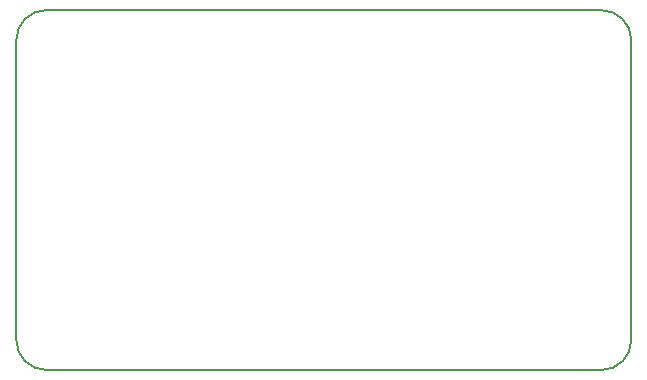
<source format=gbr>
G04 #@! TF.FileFunction,Profile,NP*
%FSLAX46Y46*%
G04 Gerber Fmt 4.6, Leading zero omitted, Abs format (unit mm)*
G04 Created by KiCad (PCBNEW 4.0.6) date 08/17/17 15:10:42*
%MOMM*%
%LPD*%
G01*
G04 APERTURE LIST*
%ADD10C,0.100000*%
%ADD11C,0.150000*%
G04 APERTURE END LIST*
D10*
D11*
X3810000Y31750000D02*
G75*
G03X1270000Y29210000I0J-2540000D01*
G01*
X53340000Y29210000D02*
G75*
G03X50800000Y31750000I-2540000J0D01*
G01*
X53340000Y29210000D02*
X53340000Y3810000D01*
X3810000Y31750000D02*
X50800000Y31750000D01*
X1270000Y3810000D02*
X1270000Y29210000D01*
X50800000Y1270000D02*
G75*
G03X53340000Y3810000I0J2540000D01*
G01*
X1270000Y3810000D02*
G75*
G03X3810000Y1270000I2540000J0D01*
G01*
X3810000Y1270000D02*
X50800000Y1270000D01*
M02*

</source>
